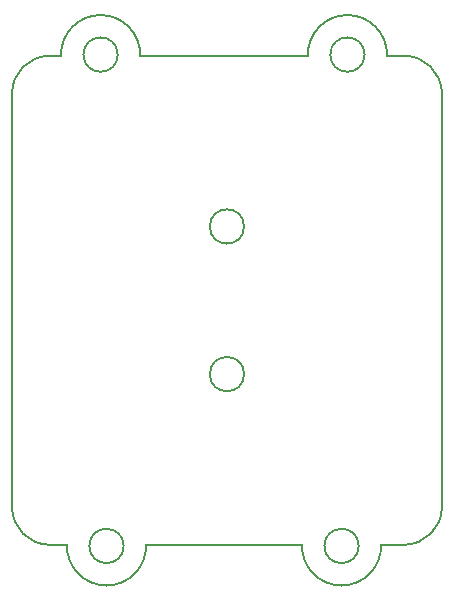
<source format=gbr>
%TF.GenerationSoftware,KiCad,Pcbnew,(5.99.0-11604-g878538abff)*%
%TF.CreationDate,2021-08-06T14:00:02+02:00*%
%TF.ProjectId,pixel-pump-ui-board,7375636b-6572-42d6-9f6e-652d75692d62,rev?*%
%TF.SameCoordinates,Original*%
%TF.FileFunction,Profile,NP*%
%FSLAX46Y46*%
G04 Gerber Fmt 4.6, Leading zero omitted, Abs format (unit mm)*
G04 Created by KiCad (PCBNEW (5.99.0-11604-g878538abff)) date 2021-08-06 14:00:02*
%MOMM*%
%LPD*%
G01*
G04 APERTURE LIST*
%TA.AperFunction,Profile*%
%ADD10C,0.200000*%
%TD*%
G04 APERTURE END LIST*
D10*
X73174999Y-107435436D02*
G75*
G03*
X73174999Y-107435436I-1450000J0D01*
G01*
X100124999Y-69135436D02*
X100124999Y-104135437D01*
X93574999Y-65835436D02*
G75*
G03*
X93574999Y-65835436I-1450000J0D01*
G01*
X96924999Y-107335437D02*
X94973507Y-107335437D01*
X67876491Y-65935436D02*
G75*
G02*
X74573507Y-65935436I3348508J100000D01*
G01*
X95473507Y-65935436D02*
X96924999Y-65935436D01*
X68376492Y-107335437D02*
X66924999Y-107335437D01*
X63724999Y-104135437D02*
X63724999Y-69135436D01*
X93074999Y-107435436D02*
G75*
G03*
X93074999Y-107435436I-1450000J0D01*
G01*
X83374999Y-92885436D02*
G75*
G03*
X83374999Y-92885436I-1450000J0D01*
G01*
X83374999Y-80385436D02*
G75*
G03*
X83374999Y-80385436I-1450000J0D01*
G01*
X66924999Y-107335437D02*
G75*
G02*
X63724999Y-104135437I0J3200000D01*
G01*
X96924999Y-65935436D02*
G75*
G02*
X100124999Y-69135436I0J-3200000D01*
G01*
X74573507Y-65935436D02*
X88776492Y-65935436D01*
X72674999Y-65835436D02*
G75*
G03*
X72674999Y-65835436I-1450000J0D01*
G01*
X94973506Y-107335436D02*
G75*
G02*
X88276492Y-107335437I-3348507J-100000D01*
G01*
X88276492Y-107335437D02*
X75073507Y-107335437D01*
X66924999Y-65935436D02*
X67876492Y-65935436D01*
X88776491Y-65935436D02*
G75*
G02*
X95473507Y-65935436I3348508J100000D01*
G01*
X63724999Y-69135436D02*
G75*
G02*
X66924999Y-65935436I3200000J0D01*
G01*
X100124999Y-104135437D02*
G75*
G02*
X96924999Y-107335437I-3200000J0D01*
G01*
X75073506Y-107335436D02*
G75*
G02*
X68376492Y-107335437I-3348507J-100000D01*
G01*
M02*

</source>
